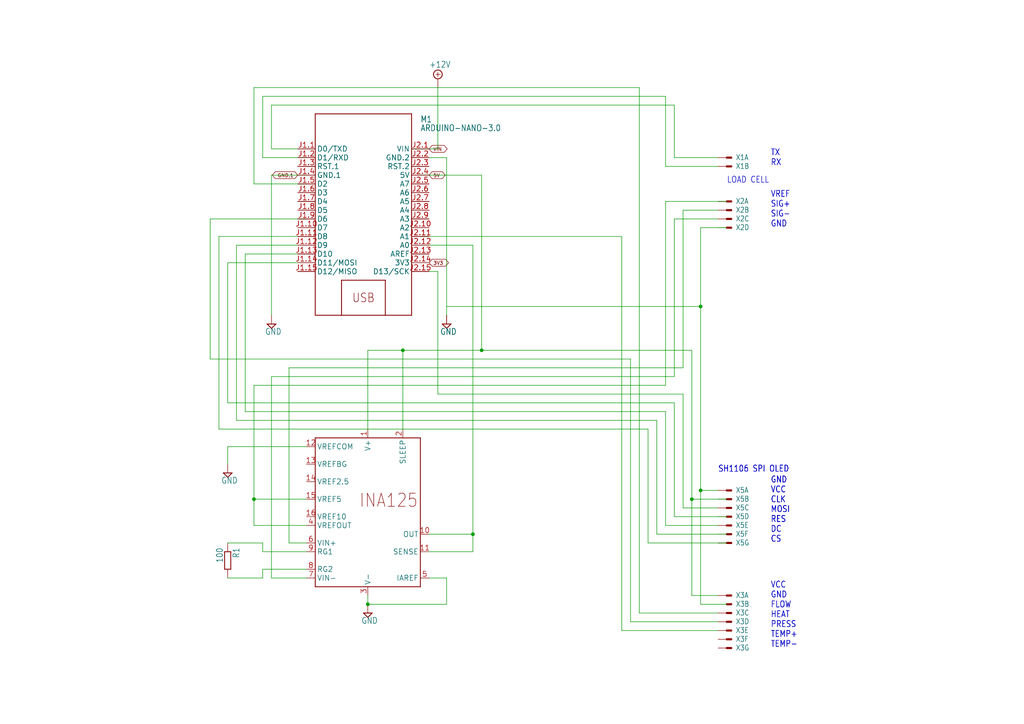
<source format=kicad_sch>
(kicad_sch (version 20250114) (generator "eeschema") (generator_version "9.0")
  (paper "A4")
  (lib_symbols
    (symbol "gagguino-eagle-import:+12V" (power)
      (symbol "+12V_1_0"
        (polyline (pts (xy -0.635 1.27) (xy 0.635 1.27)) (stroke (width 0.1524)))
        (polyline (pts (xy 0 1.905) (xy 0 0.635)) (stroke (width 0.1524)))
        (circle (center 0 1.27) (radius 1.27) (stroke (width 0.254)))
        (pin power_in line (at 0 -2.54 90) (length 2.54) (name "+12V") (number "1"))
      )
    )
    (symbol "gagguino-eagle-import:22-23-2021"
      (property "Reference" "X" (at 2.54 -0.762 0))
      (symbol "22-23-2021_1_0"
        (polyline (pts (xy 1.27 0) (xy 0 0)) (stroke (width 0.6096)))
        (pin passive line (at -2.54 0 0) (length 2.54) (name "S") (number "1"))
      )
      (symbol "22-23-2021_2_0"
        (polyline (pts (xy 1.27 0) (xy 0 0)) (stroke (width 0.6096)))
        (pin passive line (at -2.54 0 0) (length 2.54) (name "S") (number "2"))
      )
    )
    (symbol "gagguino-eagle-import:22-23-2041"
      (property "Reference" "X" (at 2.54 -0.762 0))
      (symbol "22-23-2041_1_0"
        (polyline (pts (xy 1.27 0) (xy 0 0)) (stroke (width 0.6096)))
        (pin passive line (at -2.54 0 0) (length 2.54) (name "S") (number "1"))
      )
      (symbol "22-23-2041_2_0"
        (polyline (pts (xy 1.27 0) (xy 0 0)) (stroke (width 0.6096)))
        (pin passive line (at -2.54 0 0) (length 2.54) (name "S") (number "2"))
      )
      (symbol "22-23-2041_3_0"
        (polyline (pts (xy 1.27 0) (xy 0 0)) (stroke (width 0.6096)))
        (pin passive line (at -2.54 0 0) (length 2.54) (name "S") (number "3"))
      )
      (symbol "22-23-2041_4_0"
        (polyline (pts (xy 1.27 0) (xy 0 0)) (stroke (width 0.6096)))
        (pin passive line (at -2.54 0 0) (length 2.54) (name "S") (number "4"))
      )
    )
    (symbol "gagguino-eagle-import:22-23-2071"
      (property "Reference" "X" (at 2.54 -0.762 0))
      (symbol "22-23-2071_1_0"
        (polyline (pts (xy 1.27 0) (xy 0 0)) (stroke (width 0.6096)))
        (pin passive line (at -2.54 0 0) (length 2.54) (name "S") (number "1"))
      )
      (symbol "22-23-2071_2_0"
        (polyline (pts (xy 1.27 0) (xy 0 0)) (stroke (width 0.6096)))
        (pin passive line (at -2.54 0 0) (length 2.54) (name "S") (number "2"))
      )
      (symbol "22-23-2071_3_0"
        (polyline (pts (xy 1.27 0) (xy 0 0)) (stroke (width 0.6096)))
        (pin passive line (at -2.54 0 0) (length 2.54) (name "S") (number "3"))
      )
      (symbol "22-23-2071_4_0"
        (polyline (pts (xy 1.27 0) (xy 0 0)) (stroke (width 0.6096)))
        (pin passive line (at -2.54 0 0) (length 2.54) (name "S") (number "4"))
      )
      (symbol "22-23-2071_5_0"
        (polyline (pts (xy 1.27 0) (xy 0 0)) (stroke (width 0.6096)))
        (pin passive line (at -2.54 0 0) (length 2.54) (name "S") (number "5"))
      )
      (symbol "22-23-2071_6_0"
        (polyline (pts (xy 1.27 0) (xy 0 0)) (stroke (width 0.6096)))
        (pin passive line (at -2.54 0 0) (length 2.54) (name "S") (number "6"))
      )
      (symbol "22-23-2071_7_0"
        (polyline (pts (xy 1.27 0) (xy 0 0)) (stroke (width 0.6096)))
        (pin passive line (at -2.54 0 0) (length 2.54) (name "S") (number "7"))
      )
    )
    (symbol "gagguino-eagle-import:ARDUINO-NANO-3.0"
      (property "Reference" "M" (at 15.24 25.4 0))
      (symbol "ARDUINO-NANO-3.0_1_0"
        (polyline (pts (xy -15.24 27.94) (xy 12.7 27.94)) (stroke (width 0.254)))
        (polyline (pts (xy -15.24 -30.48) (xy -15.24 27.94)) (stroke (width 0.254)))
        (polyline (pts (xy -7.62 -20.32) (xy 5.08 -20.32)) (stroke (width 0.254)))
        (polyline (pts (xy -7.62 -30.48) (xy -15.24 -30.48)) (stroke (width 0.254)))
        (polyline (pts (xy -7.62 -30.48) (xy -7.62 -20.32)) (stroke (width 0.254)))
        (polyline (pts (xy 5.08 -20.32) (xy 5.08 -30.48)) (stroke (width 0.254)))
        (polyline (pts (xy 5.08 -30.48) (xy -7.62 -30.48)) (stroke (width 0.254)))
        (polyline (pts (xy 12.7 27.94) (xy 12.7 -30.48)) (stroke (width 0.254)))
        (polyline (pts (xy 12.7 -30.48) (xy 5.08 -30.48)) (stroke (width 0.254)))
        (text "USB" (at -1.27 -25.4 0) (effects (font (size 2.54 2.159))))
        (pin bidirectional line (at -20.32 17.78 0) (length 5.08) (name "D0/TXD") (number "J1.1"))
        (pin bidirectional line (at -20.32 15.24 0) (length 5.08) (name "D1/RXD") (number "J1.2"))
        (pin bidirectional line (at -20.32 12.7 0) (length 5.08) (name "RST.1") (number "J1.3"))
        (pin power_in line (at -20.32 10.16 0) (length 5.08) (name "GND.1") (number "J1.4"))
        (pin bidirectional line (at -20.32 7.62 0) (length 5.08) (name "D2") (number "J1.5"))
        (pin bidirectional line (at -20.32 5.08 0) (length 5.08) (name "D3") (number "J1.6"))
        (pin bidirectional line (at -20.32 2.54 0) (length 5.08) (name "D4") (number "J1.7"))
        (pin bidirectional line (at -20.32 0 0) (length 5.08) (name "D5") (number "J1.8"))
        (pin bidirectional line (at -20.32 -2.54 0) (length 5.08) (name "D6") (number "J1.9"))
        (pin bidirectional line (at -20.32 -5.08 0) (length 5.08) (name "D7") (number "J1.10"))
        (pin bidirectional line (at -20.32 -7.62 0) (length 5.08) (name "D8") (number "J1.11"))
        (pin bidirectional line (at -20.32 -10.16 0) (length 5.08) (name "D9") (number "J1.12"))
        (pin bidirectional line (at -20.32 -12.7 0) (length 5.08) (name "D10") (number "J1.13"))
        (pin bidirectional line (at -20.32 -15.24 0) (length 5.08) (name "D11/MOSI") (number "J1.14"))
        (pin bidirectional line (at -20.32 -17.78 0) (length 5.08) (name "D12/MISO") (number "J1.15"))
        (pin power_in line (at 17.78 17.78 180) (length 5.08) (name "VIN") (number "J2.1"))
        (pin power_in line (at 17.78 15.24 180) (length 5.08) (name "GND.2") (number "J2.2"))
        (pin bidirectional line (at 17.78 12.7 180) (length 5.08) (name "RST.2") (number "J2.3"))
        (pin power_in line (at 17.78 10.16 180) (length 5.08) (name "5V") (number "J2.4"))
        (pin bidirectional line (at 17.78 7.62 180) (length 5.08) (name "A7") (number "J2.5"))
        (pin bidirectional line (at 17.78 5.08 180) (length 5.08) (name "A6") (number "J2.6"))
        (pin bidirectional line (at 17.78 2.54 180) (length 5.08) (name "A5") (number "J2.7"))
        (pin bidirectional line (at 17.78 0 180) (length 5.08) (name "A4") (number "J2.8"))
        (pin bidirectional line (at 17.78 -2.54 180) (length 5.08) (name "A3") (number "J2.9"))
        (pin bidirectional line (at 17.78 -5.08 180) (length 5.08) (name "A2") (number "J2.10"))
        (pin bidirectional line (at 17.78 -7.62 180) (length 5.08) (name "A1") (number "J2.11"))
        (pin bidirectional line (at 17.78 -10.16 180) (length 5.08) (name "A0") (number "J2.12"))
        (pin bidirectional line (at 17.78 -12.7 180) (length 5.08) (name "AREF") (number "J2.13"))
        (pin power_in line (at 17.78 -15.24 180) (length 5.08) (name "3V3") (number "J2.14"))
        (pin bidirectional line (at 17.78 -17.78 180) (length 5.08) (name "D13/SCK") (number "J2.15"))
      )
    )
    (symbol "gagguino-eagle-import:GND" (power)
      (symbol "GND_1_0"
        (polyline (pts (xy -1.27 0) (xy 1.27 0)) (stroke (width 0.254)))
        (polyline (pts (xy 0 -1.27) (xy -1.27 0)) (stroke (width 0.254)))
        (polyline (pts (xy 1.27 0) (xy 0 -1.27)) (stroke (width 0.254)))
        (pin power_in line (at 0 2.54 270) (length 2.54) (name "GND") (number "1"))
      )
    )
    (symbol "gagguino-eagle-import:INA125"
      (symbol "INA125_1_0"
        (polyline (pts (xy -15.24 20.32) (xy -15.24 -22.86)) (stroke (width 0.254)))
        (polyline (pts (xy -15.24 20.32) (xy 15.24 20.32)) (stroke (width 0.254)))
        (polyline (pts (xy -15.24 -22.86) (xy 15.24 -22.86)) (stroke (width 0.254)))
        (polyline (pts (xy 15.24 -22.86) (xy 15.24 20.32)) (stroke (width 0.254)))
        (text "INA125" (at -2.54 0 0) (effects (font (size 3.81 3.2385)) (justify left bottom)))
        (pin input line (at -17.78 17.78 0) (length 2.54) (name "VREFCOM") (number "12"))
        (pin output line (at -17.78 12.7 0) (length 2.54) (name "VREFBG") (number "13"))
        (pin output line (at -17.78 7.62 0) (length 2.54) (name "VREF2.5") (number "14"))
        (pin output line (at -17.78 2.54 0) (length 2.54) (name "VREF5") (number "15"))
        (pin output line (at -17.78 -2.54 0) (length 2.54) (name "VREF10") (number "16"))
        (pin output line (at -17.78 -5.08 0) (length 2.54) (name "VREFOUT") (number "4"))
        (pin input line (at -17.78 -10.16 0) (length 2.54) (name "VIN+") (number "6"))
        (pin bidirectional line (at -17.78 -12.7 0) (length 2.54) (name "RG1") (number "9"))
        (pin bidirectional line (at -17.78 -17.78 0) (length 2.54) (name "RG2") (number "8"))
        (pin input line (at -17.78 -20.32 0) (length 2.54) (name "VIN-") (number "7"))
        (pin power_in line (at 0 22.86 270) (length 2.54) (name "V+") (number "1"))
        (pin bidirectional line (at 0 -25.4 90) (length 2.54) (name "V-") (number "3"))
        (pin input line (at 10.16 22.86 270) (length 2.54) (name "SLEEP") (number "2"))
        (pin output line (at 17.78 -7.62 180) (length 2.54) (name "OUT") (number "10"))
        (pin output line (at 17.78 -12.7 180) (length 2.54) (name "SENSE") (number "11"))
        (pin bidirectional line (at 17.78 -20.32 180) (length 2.54) (name "IAREF") (number "5"))
      )
    )
    (symbol "gagguino-eagle-import:R-EU_0204/2V"
      (property "Reference" "R" (at -3.81 1.4986 0))
      (symbol "R-EU_0204/2V_1_0"
        (polyline (pts (xy -2.54 -0.889) (xy -2.54 0.889)) (stroke (width 0.254)))
        (polyline (pts (xy -2.54 -0.889) (xy 2.54 -0.889)) (stroke (width 0.254)))
        (polyline (pts (xy 2.54 0.889) (xy -2.54 0.889)) (stroke (width 0.254)))
        (polyline (pts (xy 2.54 -0.889) (xy 2.54 0.889)) (stroke (width 0.254)))
        (pin passive line (at -5.08 0 0) (length 2.54) (name "1") (number "1"))
        (pin passive line (at 5.08 0 180) (length 2.54) (name "2") (number "2"))
      )
    )
  )
  (text "SH1106 SPI OLED" (at 208.28 137.16 0) (effects (font (size 1.778 1.5113)) (justify left bottom)))
  (text "TX\nRX" (at 223.52 48.26 0) (effects (font (size 1.778 1.5113)) (justify left bottom)))
  (text "VCC\nGND\nFLOW\nHEAT\nPRESS\nTEMP+\nTEMP-" (at 223.52 187.96 0) (effects (font (size 1.778 1.5113)) (justify left bottom)))
  (text "SH1106 SPI OLED" (at 208.28 137.16 0) (effects (font (size 1.778 1.5113)) (justify left bottom)))
  (text "VCC\nGND\nFLOW\nHEAT\nPRESS\nTEMP+\nTEMP-" (at 223.52 187.96 0) (effects (font (size 1.778 1.5113)) (justify left bottom)))
  (text "SH1106 SPI OLED" (at 208.28 137.16 0) (effects (font (size 1.778 1.5113)) (justify left bottom)))
  (text "GND\nVCC\nCLK\nMOSI\nRES\nDC\nCS" (at 223.52 157.48 0) (effects (font (size 1.778 1.5113)) (justify left bottom)))
  (text "GND\nVCC\nCLK\nMOSI\nRES\nDC\nCS" (at 223.52 157.48 0) (effects (font (size 1.778 1.5113)) (justify left bottom)))
  (text "VREF\nSIG+\nSIG-\nGND" (at 223.52 66.04 0) (effects (font (size 1.778 1.5113)) (justify left bottom)))
  (text "LOAD CELL" (at 210.82 53.34 0) (effects (font (size 1.778 1.5113)) (justify left bottom)))
  (text "GND\nVCC\nCLK\nMOSI\nRES\nDC\nCS" (at 223.52 157.48 0) (effects (font (size 1.778 1.5113)) (justify left bottom)))
  (text "VREF\nSIG+\nSIG-\nGND" (at 223.52 66.04 0) (effects (font (size 1.778 1.5113)) (justify left bottom)))
  (text "TX\nRX" (at 223.52 48.26 0) (effects (font (size 1.778 1.5113)) (justify left bottom)))
  (junction (at 137.16 154.94))
  (junction (at 200.66 144.78))
  (junction (at 203.2 88.9))
  (junction (at 116.84 101.6))
  (junction (at 139.7 101.6))
  (junction (at 73.66 144.78))
  (junction (at 106.68 175.26))
  (junction (at 203.2 142.24))
  (wire (pts (xy 198.12 106.68) (xy 198.12 63.5)) (stroke (width 0.1524)))
  (wire (pts (xy 68.58 71.12) (xy 68.58 121.92)) (stroke (width 0.1524)))
  (wire (pts (xy 88.9 167.64) (xy 78.74 167.64)) (stroke (width 0.1524)))
  (wire (pts (xy 185.42 177.8) (xy 208.28 177.8)) (stroke (width 0.1524)))
  (wire (pts (xy 137.16 71.12) (xy 137.16 114.3)) (stroke (width 0.1524)))
  (wire (pts (xy 187.96 124.46) (xy 116.84 124.46)) (stroke (width 0.1524)))
  (wire (pts (xy 60.96 104.14) (xy 60.96 63.5)) (stroke (width 0.1524)))
  (wire (pts (xy 200.66 144.78) (xy 210.82 144.78)) (stroke (width 0.1524)))
  (wire (pts (xy 195.58 63.5) (xy 198.12 63.5)) (stroke (width 0.1524)))
  (wire (pts (xy 203.2 142.24) (xy 203.2 175.26)) (stroke (width 0.1524)))
  (wire (pts (xy 182.88 180.34) (xy 182.88 104.14)) (stroke (width 0.1524)))
  (wire (pts (xy 203.2 175.26) (xy 210.82 175.26)) (stroke (width 0.1524)))
  (wire (pts (xy 185.42 25.4) (xy 73.66 25.4)) (stroke (width 0.1524)))
  (wire (pts (xy 195.58 149.86) (xy 210.82 149.86)) (stroke (width 0.1524)))
  (wire (pts (xy 193.04 109.22) (xy 195.58 109.22)) (stroke (width 0.1524)))
  (wire (pts (xy 66.04 76.2) (xy 66.04 116.84)) (stroke (width 0.1524)))
  (wire (pts (xy 88.9 144.78) (xy 73.66 144.78)) (stroke (width 0.1524)))
  (wire (pts (xy 129.54 45.72) (xy 129.54 88.9)) (stroke (width 0.1524)))
  (wire (pts (xy 71.12 119.38) (xy 71.12 73.66)) (stroke (width 0.1524)))
  (wire (pts (xy 76.2 157.48) (xy 66.04 157.48)) (stroke (width 0.1524)))
  (wire (pts (xy 210.82 157.48) (xy 187.96 157.48)) (stroke (width 0.1524)))
  (wire (pts (xy 106.68 124.46) (xy 106.68 101.6)) (stroke (width 0.1524)))
  (wire (pts (xy 129.54 88.9) (xy 129.54 91.44)) (stroke (width 0.1524)))
  (wire (pts (xy 195.58 106.68) (xy 195.58 63.5)) (stroke (width 0.1524)))
  (wire (pts (xy 203.2 66.04) (xy 203.2 88.9)) (stroke (width 0.1524)))
  (wire (pts (xy 73.66 111.76) (xy 193.04 111.76)) (stroke (width 0.1524)))
  (wire (pts (xy 83.82 157.48) (xy 83.82 109.22)) (stroke (width 0.1524)))
  (wire (pts (xy 106.68 172.72) (xy 106.68 175.26)) (stroke (width 0.1524)))
  (wire (pts (xy 88.9 157.48) (xy 83.82 157.48)) (stroke (width 0.1524)))
  (wire (pts (xy 88.9 50.8) (xy 78.74 50.8)) (stroke (width 0.1524)))
  (wire (pts (xy 193.04 152.4) (xy 193.04 119.38)) (stroke (width 0.1524)))
  (wire (pts (xy 190.5 154.94) (xy 210.82 154.94)) (stroke (width 0.1524)))
  (wire (pts (xy 198.12 60.96) (xy 208.28 60.96)) (stroke (width 0.1524)))
  (wire (pts (xy 193.04 48.26) (xy 193.04 27.94)) (stroke (width 0.1524)))
  (wire (pts (xy 129.54 88.9) (xy 203.2 88.9)) (stroke (width 0.1524)))
  (wire (pts (xy 198.12 63.5) (xy 208.28 63.5)) (stroke (width 0.1524)))
  (wire (pts (xy 195.58 106.68) (xy 198.12 106.68)) (stroke (width 0.1524)))
  (wire (pts (xy 208.28 152.4) (xy 193.04 152.4)) (stroke (width 0.1524)))
  (wire (pts (xy 119.38 43.18) (xy 127 43.18)) (stroke (width 0.1524)))
  (wire (pts (xy 124.46 45.72) (xy 129.54 45.72)) (stroke (width 0.1524)))
  (wire (pts (xy 182.88 104.14) (xy 60.96 104.14)) (stroke (width 0.1524)))
  (wire (pts (xy 124.46 154.94) (xy 137.16 154.94)) (stroke (width 0.1524)))
  (wire (pts (xy 116.84 101.6) (xy 139.7 101.6)) (stroke (width 0.1524)))
  (wire (pts (xy 78.74 30.48) (xy 195.58 30.48)) (stroke (width 0.1524)))
  (wire (pts (xy 208.28 48.26) (xy 193.04 48.26)) (stroke (width 0.1524)))
  (wire (pts (xy 127 43.18) (xy 127 25.4)) (stroke (width 0.1524)))
  (wire (pts (xy 68.58 121.92) (xy 190.5 121.92)) (stroke (width 0.1524)))
  (wire (pts (xy 193.04 111.76) (xy 193.04 109.22)) (stroke (width 0.1524)))
  (wire (pts (xy 106.68 101.6) (xy 116.84 101.6)) (stroke (width 0.1524)))
  (wire (pts (xy 83.82 109.22) (xy 83.82 106.68)) (stroke (width 0.1524)))
  (wire (pts (xy 200.66 172.72) (xy 208.28 172.72)) (stroke (width 0.1524)))
  (wire (pts (xy 137.16 160.02) (xy 137.16 154.94)) (stroke (width 0.1524)))
  (wire (pts (xy 88.9 76.2) (xy 66.04 76.2)) (stroke (width 0.1524)))
  (wire (pts (xy 195.58 45.72) (xy 208.28 45.72)) (stroke (width 0.1524)))
  (wire (pts (xy 78.74 167.64) (xy 78.74 109.22)) (stroke (width 0.1524)))
  (wire (pts (xy 180.34 182.88) (xy 180.34 68.58)) (stroke (width 0.1524)))
  (wire (pts (xy 127 114.3) (xy 198.12 114.3)) (stroke (width 0.1524)))
  (wire (pts (xy 195.58 116.84) (xy 195.58 149.86)) (stroke (width 0.1524)))
  (wire (pts (xy 86.36 71.12) (xy 68.58 71.12)) (stroke (width 0.1524)))
  (wire (pts (xy 76.2 165.1) (xy 76.2 167.64)) (stroke (width 0.1524)))
  (wire (pts (xy 73.66 152.4) (xy 73.66 144.78)) (stroke (width 0.1524)))
  (wire (pts (xy 76.2 27.94) (xy 76.2 45.72)) (stroke (width 0.1524)))
  (wire (pts (xy 88.9 129.54) (xy 66.04 129.54)) (stroke (width 0.1524)))
  (wire (pts (xy 86.36 43.18) (xy 78.74 43.18)) (stroke (width 0.1524)))
  (wire (pts (xy 66.04 129.54) (xy 66.04 134.62)) (stroke (width 0.1524)))
  (wire (pts (xy 139.7 101.6) (xy 200.66 101.6)) (stroke (width 0.1524)))
  (wire (pts (xy 63.5 68.58) (xy 86.36 68.58)) (stroke (width 0.1524)))
  (wire (pts (xy 203.2 142.24) (xy 208.28 142.24)) (stroke (width 0.1524)))
  (wire (pts (xy 129.54 175.26) (xy 106.68 175.26)) (stroke (width 0.1524)))
  (wire (pts (xy 83.82 109.22) (xy 193.04 109.22)) (stroke (width 0.1524)))
  (wire (pts (xy 78.74 43.18) (xy 78.74 30.48)) (stroke (width 0.1524)))
  (wire (pts (xy 198.12 147.32) (xy 208.28 147.32)) (stroke (width 0.1524)))
  (wire (pts (xy 78.74 50.8) (xy 78.74 91.44)) (stroke (width 0.1524)))
  (wire (pts (xy 190.5 121.92) (xy 190.5 154.94)) (stroke (width 0.1524)))
  (wire (pts (xy 200.66 144.78) (xy 200.66 172.72)) (stroke (width 0.1524)))
  (wire (pts (xy 127 78.74) (xy 127 114.3)) (stroke (width 0.1524)))
  (wire (pts (xy 195.58 30.48) (xy 195.58 45.72)) (stroke (width 0.1524)))
  (wire (pts (xy 73.66 53.34) (xy 88.9 53.34)) (stroke (width 0.1524)))
  (wire (pts (xy 139.7 50.8) (xy 139.7 101.6)) (stroke (width 0.1524)))
  (wire (pts (xy 73.66 144.78) (xy 73.66 111.76)) (stroke (width 0.1524)))
  (wire (pts (xy 124.46 160.02) (xy 137.16 160.02)) (stroke (width 0.1524)))
  (wire (pts (xy 193.04 58.42) (xy 210.82 58.42)) (stroke (width 0.1524)))
  (wire (pts (xy 88.9 165.1) (xy 76.2 165.1)) (stroke (width 0.1524)))
  (wire (pts (xy 63.5 124.46) (xy 63.5 68.58)) (stroke (width 0.1524)))
  (wire (pts (xy 86.36 73.66) (xy 71.12 73.66)) (stroke (width 0.1524)))
  (wire (pts (xy 124.46 167.64) (xy 129.54 167.64)) (stroke (width 0.1524)))
  (wire (pts (xy 208.28 182.88) (xy 180.34 182.88)) (stroke (width 0.1524)))
  (wire (pts (xy 83.82 106.68) (xy 195.58 106.68)) (stroke (width 0.1524)))
  (wire (pts (xy 200.66 101.6) (xy 200.66 144.78)) (stroke (width 0.1524)))
  (wire (pts (xy 203.2 88.9) (xy 203.2 142.24)) (stroke (width 0.1524)))
  (wire (pts (xy 137.16 154.94) (xy 137.16 121.92)) (stroke (width 0.1524)))
  (wire (pts (xy 193.04 119.38) (xy 71.12 119.38)) (stroke (width 0.1524)))
  (wire (pts (xy 60.96 63.5) (xy 88.9 63.5)) (stroke (width 0.1524)))
  (wire (pts (xy 76.2 45.72) (xy 88.9 45.72)) (stroke (width 0.1524)))
  (wire (pts (xy 116.84 124.46) (xy 63.5 124.46)) (stroke (width 0.1524)))
  (wire (pts (xy 198.12 114.3) (xy 198.12 147.32)) (stroke (width 0.1524)))
  (wire (pts (xy 198.12 63.5) (xy 198.12 60.96)) (stroke (width 0.1524)))
  (wire (pts (xy 66.04 116.84) (xy 195.58 116.84)) (stroke (width 0.1524)))
  (wire (pts (xy 180.34 68.58) (xy 121.92 68.58)) (stroke (width 0.1524)))
  (wire (pts (xy 185.42 25.4) (xy 185.42 177.8)) (stroke (width 0.1524)))
  (wire (pts (xy 76.2 167.64) (xy 66.04 167.64)) (stroke (width 0.1524)))
  (wire (pts (xy 193.04 109.22) (xy 193.04 58.42)) (stroke (width 0.1524)))
  (wire (pts (xy 129.54 167.64) (xy 129.54 175.26)) (stroke (width 0.1524)))
  (wire (pts (xy 195.58 109.22) (xy 195.58 106.68)) (stroke (width 0.1524)))
  (wire (pts (xy 193.04 27.94) (xy 76.2 27.94)) (stroke (width 0.1524)))
  (wire (pts (xy 210.82 66.04) (xy 203.2 66.04)) (stroke (width 0.1524)))
  (wire (pts (xy 137.16 121.92) (xy 137.16 114.3)) (stroke (width 0.1524)))
  (wire (pts (xy 88.9 160.02) (xy 76.2 160.02)) (stroke (width 0.1524)))
  (wire (pts (xy 121.92 50.8) (xy 139.7 50.8)) (stroke (width 0.1524)))
  (wire (pts (xy 121.92 71.12) (xy 137.16 71.12)) (stroke (width 0.1524)))
  (wire (pts (xy 78.74 109.22) (xy 83.82 109.22)) (stroke (width 0.1524)))
  (wire (pts (xy 127 78.74) (xy 124.46 78.74)) (stroke (width 0.1524)))
  (wire (pts (xy 88.9 152.4) (xy 73.66 152.4)) (stroke (width 0.1524)))
  (wire (pts (xy 208.28 180.34) (xy 182.88 180.34)) (stroke (width 0.1524)))
  (wire (pts (xy 187.96 157.48) (xy 187.96 124.46)) (stroke (width 0.1524)))
  (wire (pts (xy 116.84 124.46) (xy 116.84 101.6)) (stroke (width 0.1524)))
  (wire (pts (xy 76.2 160.02) (xy 76.2 157.48)) (stroke (width 0.1524)))
  (wire (pts (xy 73.66 25.4) (xy 73.66 53.34)) (stroke (width 0.1524)))
  (global_label "5V" (shape bidirectional) (at 124.46 50.8 0) (effects (font (size 1.016 1.016))) (property "Intersheetrefs" "${INTERSHEET_REFS}" (effects (hide yes))))
  (global_label "GND.1" (shape bidirectional) (at 86.36 50.8 180) (effects (font (size 1.016 1.016))) (property "Intersheetrefs" "${INTERSHEET_REFS}" (effects (hide yes))))
  (global_label "3V3" (shape bidirectional) (at 124.46 76.2 0) (effects (font (size 1.016 1.016))) (property "Intersheetrefs" "${INTERSHEET_REFS}" (effects (hide yes))))
  (global_label "VIN" (shape bidirectional) (at 124.46 43.18 0) (effects (font (size 1.016 1.016))) (property "Intersheetrefs" "${INTERSHEET_REFS}" (effects (hide yes))))
  (symbol (lib_id "gagguino-eagle-import:INA125") (at 106.68 147.32 0) (unit 1)
    (property "Reference" "IC1" (effects (hide yes)))
    (property "Value" "INA125" (effects (hide yes)))
    (property "Footprint" "gagguino:DIL16" (effects (hide yes)))
  )
  (symbol (lib_id "gagguino-eagle-import:GND") (at 66.04 137.16 0) (unit 1)
    (property "Reference" "#SUPPLY4" (effects (hide yes)))
    (property "Value" "GND" (at 64.135 140.335 0) (effects (font (size 1.778 1.5113)) (justify left bottom)))
  )
  (symbol (lib_id "gagguino-eagle-import:GND") (at 106.68 177.8 0) (unit 1)
    (property "Reference" "#SUPPLY3" (effects (hide yes)))
    (property "Value" "GND" (at 104.775 180.975 0) (effects (font (size 1.778 1.5113)) (justify left bottom)))
  )
  (symbol (lib_id "gagguino-eagle-import:22-23-2071") (at 210.82 154.94 0) (unit 6)
    (property "Reference" "X5" (at 213.36 155.702 0) (effects (font (size 1.524 1.2954)) (justify left bottom)))
    (property "Value" "22-23-2071" (effects (hide yes)))
    (property "Footprint" "gagguino:22-23-2071" (effects (hide yes)))
  )
  (symbol (lib_id "gagguino-eagle-import:22-23-2071") (at 210.82 180.34 0) (unit 4)
    (property "Reference" "X3" (at 213.36 181.102 0) (effects (font (size 1.524 1.2954)) (justify left bottom)))
    (property "Value" "22-23-2071" (effects (hide yes)))
    (property "Footprint" "gagguino:22-23-2071" (effects (hide yes)))
  )
  (symbol (lib_id "gagguino-eagle-import:22-23-2071") (at 210.82 182.88 0) (unit 5)
    (property "Reference" "X3" (at 213.36 183.642 0) (effects (font (size 1.524 1.2954)) (justify left bottom)))
    (property "Value" "22-23-2071" (effects (hide yes)))
    (property "Footprint" "gagguino:22-23-2071" (effects (hide yes)))
  )
  (symbol (lib_id "gagguino-eagle-import:22-23-2071") (at 210.82 187.96 0) (unit 7)
    (property "Reference" "X3" (at 213.36 188.722 0) (effects (font (size 1.524 1.2954)) (justify left bottom)))
    (property "Value" "22-23-2071" (effects (hide yes)))
    (property "Footprint" "gagguino:22-23-2071" (effects (hide yes)))
  )
  (symbol (lib_id "gagguino-eagle-import:22-23-2041") (at 210.82 66.04 0) (unit 4)
    (property "Reference" "X2" (at 213.36 66.802 0) (effects (font (size 1.524 1.2954)) (justify left bottom)))
    (property "Value" "22-23-2041" (effects (hide yes)))
    (property "Footprint" "gagguino:22-23-2041" (effects (hide yes)))
  )
  (symbol (lib_id "gagguino-eagle-import:22-23-2041") (at 210.82 63.5 0) (unit 3)
    (property "Reference" "X2" (at 213.36 64.262 0) (effects (font (size 1.524 1.2954)) (justify left bottom)))
    (property "Value" "22-23-2041" (effects (hide yes)))
    (property "Footprint" "gagguino:22-23-2041" (effects (hide yes)))
  )
  (symbol (lib_id "gagguino-eagle-import:22-23-2071") (at 210.82 185.42 0) (unit 6)
    (property "Reference" "X3" (at 213.36 186.182 0) (effects (font (size 1.524 1.2954)) (justify left bottom)))
    (property "Value" "22-23-2071" (effects (hide yes)))
    (property "Footprint" "gagguino:22-23-2071" (effects (hide yes)))
  )
  (symbol (lib_id "gagguino-eagle-import:R-EU_0204/2V") (at 66.04 162.56 270) (unit 1)
    (property "Reference" "R1" (at 67.5386 158.75 0) (effects (font (size 1.778 1.5113)) (justify left bottom)))
    (property "Value" "100" (at 62.738 158.75 0) (effects (font (size 1.778 1.5113)) (justify left bottom)))
    (property "Footprint" "gagguino:0204V" (effects (hide yes)))
  )
  (symbol (lib_id "gagguino-eagle-import:22-23-2071") (at 210.82 177.8 0) (unit 3)
    (property "Reference" "X3" (at 213.36 178.562 0) (effects (font (size 1.524 1.2954)) (justify left bottom)))
    (property "Value" "22-23-2071" (effects (hide yes)))
    (property "Footprint" "gagguino:22-23-2071" (effects (hide yes)))
  )
  (symbol (lib_id "gagguino-eagle-import:22-23-2021") (at 210.82 48.26 0) (unit 2)
    (property "Reference" "X1" (at 213.36 49.022 0) (effects (font (size 1.524 1.2954)) (justify left bottom)))
    (property "Value" "22-23-2021" (effects (hide yes)))
    (property "Footprint" "gagguino:22-23-2021" (effects (hide yes)))
  )
  (symbol (lib_id "gagguino-eagle-import:22-23-2041") (at 210.82 58.42 0) (unit 1)
    (property "Reference" "X2" (at 213.36 59.182 0) (effects (font (size 1.524 1.2954)) (justify left bottom)))
    (property "Value" "22-23-2041" (effects (hide yes)))
    (property "Footprint" "gagguino:22-23-2041" (effects (hide yes)))
  )
  (symbol (lib_id "gagguino-eagle-import:22-23-2071") (at 210.82 144.78 0) (unit 2)
    (property "Reference" "X5" (at 213.36 145.542 0) (effects (font (size 1.524 1.2954)) (justify left bottom)))
    (property "Value" "22-23-2071" (effects (hide yes)))
    (property "Footprint" "gagguino:22-23-2071" (effects (hide yes)))
  )
  (symbol (lib_id "gagguino-eagle-import:22-23-2041") (at 210.82 60.96 0) (unit 2)
    (property "Reference" "X2" (at 213.36 61.722 0) (effects (font (size 1.524 1.2954)) (justify left bottom)))
    (property "Value" "22-23-2041" (effects (hide yes)))
    (property "Footprint" "gagguino:22-23-2041" (effects (hide yes)))
  )
  (symbol (lib_id "gagguino-eagle-import:ARDUINO-NANO-3.0") (at 106.68 60.96 0) (unit 1)
    (property "Reference" "M1" (at 121.92 35.56 0) (effects (font (size 1.778 1.5113)) (justify left bottom)))
    (property "Value" "ARDUINO-NANO-3.0" (at 121.92 38.1 0) (effects (font (size 1.778 1.5113)) (justify left bottom)))
    (property "Footprint" "gagguino:ARDUINO-NANO-3.0" (effects (hide yes)))
  )
  (symbol (lib_id "gagguino-eagle-import:+12V") (at 127 22.86 0) (unit 1)
    (property "Reference" "#SUPPLY1" (effects (hide yes)))
    (property "Value" "+12V" (at 124.46 19.685 0) (effects (font (size 1.778 1.5113)) (justify left bottom)))
  )
  (symbol (lib_id "gagguino-eagle-import:22-23-2021") (at 210.82 45.72 0) (unit 1)
    (property "Reference" "X1" (at 213.36 46.482 0) (effects (font (size 1.524 1.2954)) (justify left bottom)))
    (property "Value" "22-23-2021" (effects (hide yes)))
    (property "Footprint" "gagguino:22-23-2021" (effects (hide yes)))
  )
  (symbol (lib_id "gagguino-eagle-import:22-23-2071") (at 210.82 149.86 0) (unit 4)
    (property "Reference" "X5" (at 213.36 150.622 0) (effects (font (size 1.524 1.2954)) (justify left bottom)))
    (property "Value" "22-23-2071" (effects (hide yes)))
    (property "Footprint" "gagguino:22-23-2071" (effects (hide yes)))
  )
  (symbol (lib_id "gagguino-eagle-import:22-23-2071") (at 210.82 172.72 0) (unit 1)
    (property "Reference" "X3" (at 213.36 173.482 0) (effects (font (size 1.524 1.2954)) (justify left bottom)))
    (property "Value" "22-23-2071" (effects (hide yes)))
    (property "Footprint" "gagguino:22-23-2071" (effects (hide yes)))
  )
  (symbol (lib_id "gagguino-eagle-import:22-23-2071") (at 210.82 147.32 0) (unit 3)
    (property "Reference" "X5" (at 213.36 148.082 0) (effects (font (size 1.524 1.2954)) (justify left bottom)))
    (property "Value" "22-23-2071" (effects (hide yes)))
    (property "Footprint" "gagguino:22-23-2071" (effects (hide yes)))
  )
  (symbol (lib_id "gagguino-eagle-import:GND") (at 78.74 93.98 0) (unit 1)
    (property "Reference" "#SUPPLY2" (effects (hide yes)))
    (property "Value" "GND" (at 76.835 97.155 0) (effects (font (size 1.778 1.5113)) (justify left bottom)))
  )
  (symbol (lib_id "gagguino-eagle-import:22-23-2071") (at 210.82 175.26 0) (unit 2)
    (property "Reference" "X3" (at 213.36 176.022 0) (effects (font (size 1.524 1.2954)) (justify left bottom)))
    (property "Value" "22-23-2071" (effects (hide yes)))
    (property "Footprint" "gagguino:22-23-2071" (effects (hide yes)))
  )
  (symbol (lib_id "gagguino-eagle-import:22-23-2071") (at 210.82 152.4 0) (unit 5)
    (property "Reference" "X5" (at 213.36 153.162 0) (effects (font (size 1.524 1.2954)) (justify left bottom)))
    (property "Value" "22-23-2071" (effects (hide yes)))
    (property "Footprint" "gagguino:22-23-2071" (effects (hide yes)))
  )
  (symbol (lib_id "gagguino-eagle-import:22-23-2071") (at 210.82 142.24 0) (unit 1)
    (property "Reference" "X5" (at 213.36 143.002 0) (effects (font (size 1.524 1.2954)) (justify left bottom)))
    (property "Value" "22-23-2071" (effects (hide yes)))
    (property "Footprint" "gagguino:22-23-2071" (effects (hide yes)))
  )
  (symbol (lib_id "gagguino-eagle-import:GND") (at 129.54 93.98 0) (unit 1)
    (property "Reference" "#SUPPLY5" (effects (hide yes)))
    (property "Value" "GND" (at 127.635 97.155 0) (effects (font (size 1.778 1.5113)) (justify left bottom)))
  )
  (symbol (lib_id "gagguino-eagle-import:22-23-2071") (at 210.82 157.48 0) (unit 7)
    (property "Reference" "X5" (at 213.36 158.242 0) (effects (font (size 1.524 1.2954)) (justify left bottom)))
    (property "Value" "22-23-2071" (effects (hide yes)))
    (property "Footprint" "gagguino:22-23-2071" (effects (hide yes)))
  )
)
</source>
